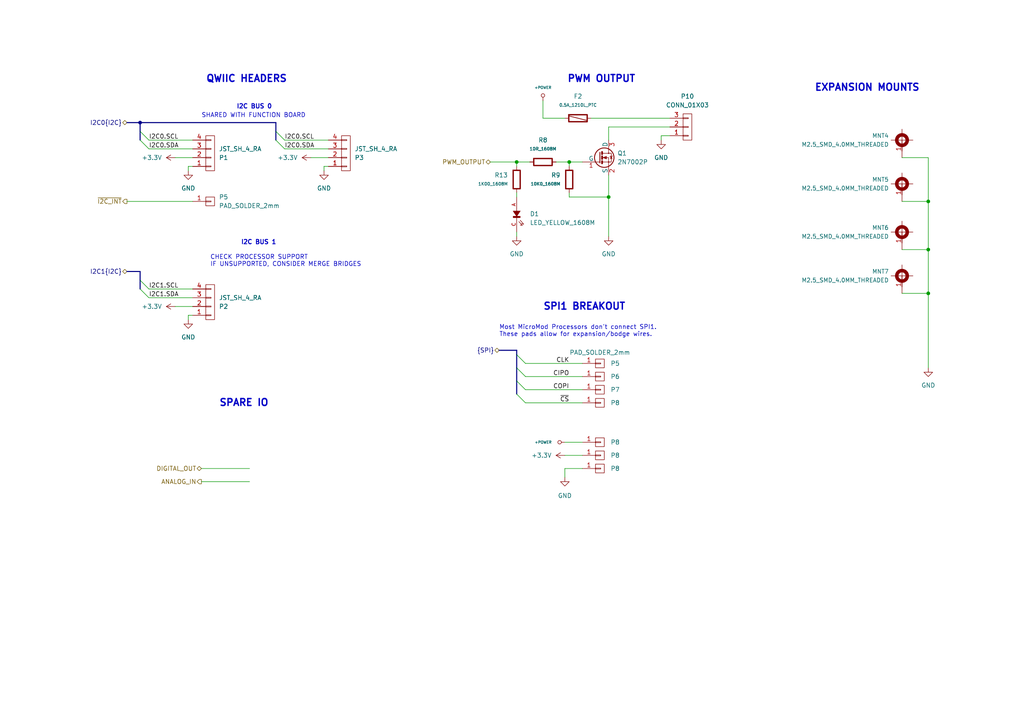
<source format=kicad_sch>
(kicad_sch (version 20230121) (generator eeschema)
  (paper "A4")
  (lib_symbols
    (symbol "appli_connector:PAD_SOLDER_2mm" (pin_names (offset 1.016) hide)
      (property "Reference" "P" (at 0 2.54 0))
      (property "Value" "PAD_SOLDER_2mm" (at 0 -3.81 0))
      (symbol "PAD_SOLDER_2mm_0_1"
        (rectangle (start -1.27 0.127) (end 0.254 -0.127))
        (rectangle (start -1.27 1.27) (end 1.27 -1.27))
      )
      (symbol "PAD_SOLDER_2mm_1_1"
        (pin passive line (at -5.08 0 0) (length 3.81) (name "P1") (number "1"))
      )
    )
    (symbol "appli_connector_jst:JST_SH_4_RA" (pin_names (offset 1.016) hide)
      (property "Reference" "P" (at 0 6.35 0))
      (property "Value" "JST_SH_4_RA" (at 2.54 0 90))
      (symbol "JST_SH_4_RA_0_1"
        (rectangle (start -1.27 -3.683) (end 0.254 -3.937))
        (rectangle (start -1.27 -1.143) (end 0.254 -1.397))
        (rectangle (start -1.27 1.397) (end 0.254 1.143))
        (rectangle (start -1.27 3.937) (end 0.254 3.683))
        (rectangle (start -1.27 5.08) (end 1.27 -5.08))
      )
      (symbol "JST_SH_4_RA_1_1"
        (pin passive line (at -5.08 3.81 0) (length 3.81) (name "P1") (number "1"))
        (pin passive line (at -5.08 1.27 0) (length 3.81) (name "P2") (number "2"))
        (pin passive line (at -5.08 -1.27 0) (length 3.81) (name "P3") (number "3"))
        (pin passive line (at -5.08 -3.81 0) (length 3.81) (name "P4") (number "4"))
      )
    )
    (symbol "appli_connector_wurth:CONN_01X03" (pin_names (offset 1.016) hide)
      (property "Reference" "P" (at 0 5.08 0))
      (property "Value" "CONN_01X03" (at 2.54 0 90))
      (symbol "CONN_01X03_0_1"
        (rectangle (start -1.27 -2.413) (end 0.254 -2.667))
        (rectangle (start -1.27 0.127) (end 0.254 -0.127))
        (rectangle (start -1.27 2.667) (end 0.254 2.413))
        (rectangle (start -1.27 3.81) (end 1.27 -3.81))
      )
      (symbol "CONN_01X03_1_1"
        (pin passive line (at -5.08 2.54 0) (length 3.81) (name "P1") (number "1"))
        (pin passive line (at -5.08 0 0) (length 3.81) (name "P2") (number "2"))
        (pin passive line (at -5.08 -2.54 0) (length 3.81) (name "P3") (number "3"))
      )
    )
    (symbol "appli_device:LED_YELLOW_1608M" (pin_names (offset 1.016) hide)
      (property "Reference" "D" (at 0 2.54 0))
      (property "Value" "LED_YELLOW_1608M" (at 0 -2.54 0))
      (symbol "LED_YELLOW_1608M_0_1"
        (rectangle (start -0.508 1.016) (end -0.889 -1.016) (fill (type outline)))
        (polyline (pts (xy -2.032 -0.635) (xy -3.175 -1.651) (xy -3.048 -1.016)))
        (polyline (pts (xy -1.651 -1.016) (xy -2.794 -2.032) (xy -2.667 -1.397)))
        (polyline (pts (xy 1.016 -1.016) (xy -0.508 0) (xy 1.016 1.016) (xy 1.016 -1.016)) (fill (type outline)))
      )
      (symbol "LED_YELLOW_1608M_1_1"
        (pin passive line (at 5.08 0 180) (length 4.445) (name "A") (number "A"))
        (pin passive line (at -5.08 0 0) (length 4.445) (name "C") (number "C"))
      )
    )
    (symbol "appli_fuse:0.5A_1210L_PTC" (pin_numbers hide) (pin_names (offset 0))
      (property "Reference" "F" (at -2.159 -3.81 90))
      (property "Value" "0.5A_1210L_PTC" (at 2.032 -3.81 90))
      (symbol "0.5A_1210L_PTC_0_1"
        (rectangle (start -1.016 -1.143) (end 1.016 -6.477) (stroke (width 0.381)))
        (polyline (pts (xy 0.635 -1.27) (xy -0.635 -6.35)) (stroke (width 0.2032)))
      )
      (symbol "0.5A_1210L_PTC_1_1"
        (pin passive line (at 0 0 270) (length 1.143) (name "~") (number "1"))
        (pin passive line (at 0 -7.62 90) (length 1.143) (name "~") (number "2"))
      )
    )
    (symbol "appli_mount:M2.5_SMD_4.0MM_THREADED" (pin_names (offset 1.016))
      (property "Reference" "MNT" (at 0 8.255 0))
      (property "Value" "M2.5_SMD_4.0MM_THREADED" (at 0 6.35 0))
      (symbol "M2.5_SMD_4.0MM_THREADED_0_1"
        (polyline (pts (xy -3.175 0) (xy 3.175 0)))
        (polyline (pts (xy 0 3.175) (xy 0 -3.175)))
        (circle (center 0 0) (radius 1.524) (stroke (width 1.016)))
      )
      (symbol "M2.5_SMD_4.0MM_THREADED_1_1"
        (pin passive line (at 0 -5.08 90) (length 5.08) (name "~") (number "1"))
      )
    )
    (symbol "appli_power:+3.3V" (power) (pin_names (offset 0))
      (property "Value" "+3.3V" (at 0 3.556 0))
      (symbol "+3.3V_0_1"
        (polyline (pts (xy -0.762 1.27) (xy 0 2.54)))
        (polyline (pts (xy 0 0) (xy 0 2.54)))
        (polyline (pts (xy 0 2.54) (xy 0.762 1.27)))
      )
      (symbol "+3.3V_1_1"
        (pin power_in line (at 0 0 90) (length 0) hide (name "+3.3V") (number "1"))
      )
    )
    (symbol "appli_power:+POWER" (power) (pin_names (offset 0))
      (property "Value" "+POWER" (at 0 2.54 0))
      (symbol "+POWER_0_0"
        (pin power_in line (at 0 0 90) (length 0) hide (name "+POWER") (number "1"))
      )
      (symbol "+POWER_0_1"
        (polyline (pts (xy 0 0) (xy 0 1.016) (xy 0 1.016)))
        (circle (center 0 1.524) (radius 0.508))
      )
    )
    (symbol "appli_power:GND" (power) (pin_names (offset 0))
      (property "Value" "GND" (at 0 -3.81 0))
      (symbol "GND_0_1"
        (polyline (pts (xy 0 0) (xy 0 -1.27) (xy 1.27 -1.27) (xy 0 -2.54) (xy -1.27 -1.27) (xy 0 -1.27)))
      )
      (symbol "GND_1_1"
        (pin power_in line (at 0 0 270) (length 0) hide (name "GND") (number "1"))
      )
    )
    (symbol "appli_resistor:10K0_1608M" (pin_numbers hide) (pin_names (offset 0))
      (property "Reference" "R" (at -2.159 -3.81 90))
      (property "Value" "10K0_1608M" (at 2.032 -3.81 90))
      (symbol "10K0_1608M_0_1"
        (rectangle (start -1.016 -1.143) (end 1.016 -6.477) (stroke (width 0.381)))
      )
      (symbol "10K0_1608M_1_1"
        (pin passive line (at 0 0 270) (length 1.143) (name "~") (number "1"))
        (pin passive line (at 0 -7.62 90) (length 1.143) (name "~") (number "2"))
      )
    )
    (symbol "appli_resistor:10R_1608M" (pin_numbers hide) (pin_names (offset 0))
      (property "Reference" "R" (at -2.159 -3.81 90))
      (property "Value" "10R_1608M" (at 2.032 -3.81 90))
      (symbol "10R_1608M_0_1"
        (rectangle (start -1.016 -1.143) (end 1.016 -6.477) (stroke (width 0.381)))
      )
      (symbol "10R_1608M_1_1"
        (pin passive line (at 0 0 270) (length 1.143) (name "~") (number "1"))
        (pin passive line (at 0 -7.62 90) (length 1.143) (name "~") (number "2"))
      )
    )
    (symbol "appli_resistor:1K00_1608M" (pin_numbers hide) (pin_names (offset 0))
      (property "Reference" "R" (at -2.159 -3.81 90))
      (property "Value" "1K00_1608M" (at 2.032 -3.81 90))
      (symbol "1K00_1608M_0_1"
        (rectangle (start -1.016 -1.143) (end 1.016 -6.477) (stroke (width 0.381)))
      )
      (symbol "1K00_1608M_1_1"
        (pin passive line (at 0 0 270) (length 1.143) (name "~") (number "1"))
        (pin passive line (at 0 -7.62 90) (length 1.143) (name "~") (number "2"))
      )
    )
    (symbol "appli_transistor:2N7002P" (pin_names (offset 0))
      (property "Reference" "Q" (at 5.08 1.905 0))
      (property "Value" "2N7002P" (at 5.08 0 0))
      (symbol "2N7002P_0_1"
        (polyline (pts (xy 0.635 -1.016) (xy 0.635 -1.651)) (stroke (width 0.508)))
        (polyline (pts (xy 0.635 0.381) (xy 0.635 -0.381)) (stroke (width 0.508)))
        (polyline (pts (xy 0.635 1.651) (xy 0.635 1.016)) (stroke (width 0.508)))
        (polyline (pts (xy 3.048 0.381) (xy 2.921 0.254)))
        (polyline (pts (xy 3.048 0.381) (xy 3.556 0.381)))
        (polyline (pts (xy 3.556 0.381) (xy 3.683 0.508)))
        (polyline (pts (xy 0 1.524) (xy 0 -1.524) (xy 0 -1.524)) (stroke (width 0.254)))
        (polyline (pts (xy 0.762 -1.27) (xy 2.54 -1.27) (xy 2.54 -2.54) (xy 2.54 -2.54)))
        (polyline (pts (xy 0.762 1.27) (xy 2.54 1.27) (xy 2.54 2.54) (xy 2.54 2.54)))
        (polyline (pts (xy 2.54 1.27) (xy 3.302 1.27) (xy 3.302 -1.27) (xy 2.54 -1.27)))
        (polyline (pts (xy 3.302 0.381) (xy 3.048 -0.254) (xy 3.556 -0.254) (xy 3.302 0.381)) (fill (type outline)))
        (polyline (pts (xy 0.762 0) (xy 1.27 0) (xy 2.54 0) (xy 2.54 -1.27) (xy 2.54 -1.27)))
        (polyline (pts (xy 0.889 0) (xy 1.905 0.381) (xy 1.905 -0.381) (xy 0.889 0) (xy 1.016 0) (xy 1.016 0)) (fill (type outline)))
        (circle (center 1.27 0) (radius 2.8194) (stroke (width 0.254)))
        (circle (center 2.54 -1.27) (radius 0.127))
        (circle (center 2.54 1.27) (radius 0.127))
      )
      (symbol "2N7002P_1_1"
        (pin passive line (at -5.08 -1.27 0) (length 5.08) (name "G") (number "1"))
        (pin passive line (at 2.54 -5.08 90) (length 2.54) (name "S") (number "2"))
        (pin passive line (at 2.54 5.08 270) (length 2.54) (name "D") (number "3"))
      )
    )
  )
  (junction (at 149.86 46.99))
  (junction (at 269.24 85.09))
  (junction (at 269.24 58.42))
  (junction (at 165.1 46.99))
  (junction (at 176.53 57.15))
  (junction (at 40.64 35.56))
  (junction (at 269.24 72.39))
  (bus_entry (at 43.18 40.64) (size -2.54 -2.54))
  (bus_entry (at 152.4 116.84) (size -2.54 -2.54))
  (bus_entry (at 152.4 113.03) (size -2.54 -2.54))
  (bus_entry (at 152.4 109.22) (size -2.54 -2.54))
  (bus_entry (at 43.18 83.82) (size -2.54 -2.54))
  (bus_entry (at 82.55 43.18) (size -2.54 -2.54))
  (bus_entry (at 43.18 43.18) (size -2.54 -2.54))
  (bus_entry (at 43.18 86.36) (size -2.54 -2.54))
  (bus_entry (at 82.55 40.64) (size -2.54 -2.54))
  (bus_entry (at 152.4 105.41) (size -2.54 -2.54))
  (wire (pts (xy 163.83 135.89) (xy 163.83 138.43)))
  (wire (pts (xy 58.42 139.7) (xy 72.39 139.7)))
  (wire (pts (xy 58.42 135.89) (xy 72.39 135.89)))
  (bus (pts (xy 40.64 78.74) (xy 40.64 81.28)))
  (bus (pts (xy 80.01 40.64) (xy 80.01 38.1)))
  (wire (pts (xy 82.55 40.64) (xy 95.25 40.64)))
  (wire (pts (xy 165.1 57.15) (xy 165.1 55.88)))
  (wire (pts (xy 168.91 135.89) (xy 163.83 135.89)))
  (wire (pts (xy 152.4 116.84) (xy 168.91 116.84)))
  (wire (pts (xy 90.17 45.72) (xy 95.25 45.72)))
  (wire (pts (xy 163.83 132.08) (xy 168.91 132.08)))
  (wire (pts (xy 54.61 48.26) (xy 54.61 49.53)))
  (wire (pts (xy 176.53 50.8) (xy 176.53 57.15)))
  (bus (pts (xy 40.64 35.56) (xy 40.64 38.1)))
  (wire (pts (xy 50.8 45.72) (xy 55.88 45.72)))
  (wire (pts (xy 165.1 46.99) (xy 168.91 46.99)))
  (wire (pts (xy 269.24 85.09) (xy 269.24 106.68)))
  (wire (pts (xy 163.83 34.29) (xy 157.48 34.29)))
  (wire (pts (xy 93.98 48.26) (xy 95.25 48.26)))
  (wire (pts (xy 152.4 105.41) (xy 168.91 105.41)))
  (wire (pts (xy 269.24 45.72) (xy 269.24 58.42)))
  (wire (pts (xy 54.61 91.44) (xy 55.88 91.44)))
  (wire (pts (xy 93.98 48.26) (xy 93.98 49.53)))
  (bus (pts (xy 149.86 110.49) (xy 149.86 114.3)))
  (wire (pts (xy 54.61 48.26) (xy 55.88 48.26)))
  (wire (pts (xy 171.45 34.29) (xy 194.31 34.29)))
  (wire (pts (xy 54.61 91.44) (xy 54.61 92.71)))
  (wire (pts (xy 50.8 88.9) (xy 55.88 88.9)))
  (bus (pts (xy 40.64 38.1) (xy 40.64 40.64)))
  (wire (pts (xy 142.24 46.99) (xy 149.86 46.99)))
  (wire (pts (xy 149.86 67.31) (xy 149.86 68.58)))
  (bus (pts (xy 149.86 101.6) (xy 144.78 101.6)))
  (wire (pts (xy 261.62 45.72) (xy 269.24 45.72)))
  (wire (pts (xy 176.53 36.83) (xy 194.31 36.83)))
  (wire (pts (xy 168.91 109.22) (xy 152.4 109.22)))
  (wire (pts (xy 149.86 46.99) (xy 153.67 46.99)))
  (wire (pts (xy 165.1 57.15) (xy 176.53 57.15)))
  (wire (pts (xy 261.62 85.09) (xy 269.24 85.09)))
  (bus (pts (xy 40.64 81.28) (xy 40.64 83.82)))
  (wire (pts (xy 165.1 46.99) (xy 165.1 48.26)))
  (bus (pts (xy 149.86 101.6) (xy 149.86 102.87)))
  (wire (pts (xy 43.18 86.36) (xy 55.88 86.36)))
  (bus (pts (xy 40.64 35.56) (xy 80.01 35.56)))
  (bus (pts (xy 36.83 78.74) (xy 40.64 78.74)))
  (wire (pts (xy 82.55 43.18) (xy 95.25 43.18)))
  (wire (pts (xy 194.31 39.37) (xy 191.77 39.37)))
  (wire (pts (xy 176.53 40.64) (xy 176.53 36.83)))
  (wire (pts (xy 261.62 72.39) (xy 269.24 72.39)))
  (wire (pts (xy 269.24 58.42) (xy 269.24 72.39)))
  (wire (pts (xy 43.18 40.64) (xy 55.88 40.64)))
  (wire (pts (xy 149.86 55.88) (xy 149.86 57.15)))
  (wire (pts (xy 176.53 57.15) (xy 176.53 68.58)))
  (wire (pts (xy 163.83 128.27) (xy 168.91 128.27)))
  (wire (pts (xy 269.24 72.39) (xy 269.24 85.09)))
  (wire (pts (xy 168.91 113.03) (xy 152.4 113.03)))
  (wire (pts (xy 36.83 58.42) (xy 55.88 58.42)))
  (wire (pts (xy 43.18 43.18) (xy 55.88 43.18)))
  (bus (pts (xy 149.86 102.87) (xy 149.86 106.68)))
  (wire (pts (xy 43.18 83.82) (xy 55.88 83.82)))
  (bus (pts (xy 149.86 106.68) (xy 149.86 110.49)))
  (wire (pts (xy 157.48 34.29) (xy 157.48 29.21)))
  (wire (pts (xy 261.62 58.42) (xy 269.24 58.42)))
  (bus (pts (xy 36.83 35.56) (xy 40.64 35.56)))
  (bus (pts (xy 80.01 38.1) (xy 80.01 35.56)))
  (wire (pts (xy 161.29 46.99) (xy 165.1 46.99)))
  (wire (pts (xy 191.77 39.37) (xy 191.77 40.64)))
  (wire (pts (xy 149.86 46.99) (xy 149.86 48.26)))
  (text "SHARED WITH FUNCTION BOARD" (at 58.42 34.29 0) (effects (font (size 1.27 1.27)) (justify left bottom)))
  (text "SPI1 BREAKOUT" (at 157.48 90.17 0) (effects (font (size 2 2) (thickness 0.4) bold) (justify left bottom)))
  (text "I2C BUS 1" (at 69.85 71.12 0) (effects (font (size 1.27 1.27) (thickness 0.254) bold) (justify left bottom)))
  (text "PWM OUTPUT" (at 164.465 24.13 0) (effects (font (size 2 2) (thickness 0.4) bold) (justify left bottom)))
  (text "Most MicroMod Processors don't connect SPI1.\nThese pads allow for expansion/bodge wires." (at 144.78 97.79 0) (effects (font (size 1.27 1.27)) (justify left bottom)))
  (text "EXPANSION MOUNTS" (at 236.22 26.67 0) (effects (font (size 2 2) (thickness 0.4) bold) (justify left bottom)))
  (text "I2C BUS 0" (at 68.58 31.75 0) (effects (font (size 1.27 1.27) (thickness 0.254) bold) (justify left bottom)))
  (text "CHECK PROCESSOR SUPPORT\nIF UNSUPPORTED, CONSIDER MERGE BRIDGES" (at 60.96 77.47 0) (effects (font (size 1.27 1.27)) (justify left bottom)))
  (text "SPARE IO" (at 63.5 118.11 0) (effects (font (size 2 2) (thickness 0.4) bold) (justify left bottom)))
  (text "QWIIC HEADERS" (at 59.69 24.13 0) (effects (font (size 2 2) (thickness 0.4) bold) (justify left bottom)))
  (label "I2C1.SCL" (at 43.18 83.82 0))
  (label "CIPO" (at 165.1 109.22 180))
  (label "I2C1.SDA" (at 43.18 86.36 0))
  (label "CLK" (at 165.1 105.41 180))
  (label "I2C0.SCL" (at 43.18 40.64 0))
  (label "~{CS}" (at 165.1 116.84 180))
  (label "I2C0.SCL" (at 82.55 40.64 0))
  (label "I2C0.SDA" (at 82.55 43.18 0))
  (label "I2C0.SDA" (at 43.18 43.18 0))
  (label "COPI" (at 165.1 113.03 180))
  (hierarchical_label "ANALOG_IN" (shape output) (at 58.42 139.7 180))
  (hierarchical_label "I2C1{I2C}" (shape bidirectional) (at 36.83 78.74 180))
  (hierarchical_label "I2C0{I2C}" (shape bidirectional) (at 36.83 35.56 180))
  (hierarchical_label "PWM_OUTPUT" (shape bidirectional) (at 142.24 46.99 180))
  (hierarchical_label "~{I2C_INT}" (shape output) (at 36.83 58.42 180))
  (hierarchical_label "{SPI}" (shape bidirectional) (at 144.78 101.6 180))
  (hierarchical_label "DIGITAL_OUT" (shape bidirectional) (at 58.42 135.89 180))
  (symbol (lib_id "appli_transistor:2N7002P") (at 173.99 45.72 0) (unit 1)
    (property "Reference" "Q1" (at 179.07 44.45 0) (effects (justify left)))
    (property "Value" "2N7002P" (at 179.07 46.99 0) (effects (justify left)))
    (property "Footprint" "Applidyne_SOT:SOT95P240X110-3L16N" (effects hide))
    (property "Datasheet" "http://datasheet.octopart.com/2N7002P%2C215-NXP-Semiconductors-datasheet-10031793.pdf" (effects hide))
    (property "manf" "Fairchild" (effects hide))
    (property "manf#" " 2N7002,215" (effects hide))
    (property "Supplier" "RS Online" (effects hide))
    (property "Supplier URL" "http://au.rs-online.com/web/p/mosfet-transistors/4367379/" (effects hide))
    (property "Supplier Part No" " 436-7379" (effects hide))
    (property "Supplier Price" "0.232" (effects hide))
    (property "Supplier Price Break" "25" (effects hide))
  )
  (symbol (lib_id "appli_power:+3.3V") (at 50.8 88.9 90) (unit 1)
    (property "Reference" "#PWR09" (effects hide))
    (property "Value" "+3.3V" (at 46.99 88.9 90) (effects (justify left)))
    (instances (project "backplane" (path "" (reference "#PWR09") (unit 1)) (path "" (reference "#PWR013") (unit 1))))
  )
  (symbol (lib_id "appli_power:GND") (at 93.98 49.53 0) (unit 1)
    (property "Reference" "#PWR016" (effects hide))
    (property "Value" "GND" (at 93.98 54.61 0))
  )
  (symbol (lib_id "appli_power:+3.3V") (at 163.83 132.08 90) (unit 1)
    (property "Reference" "#PWR023" (effects hide))
    (property "Value" "+3.3V" (at 160.02 132.08 90) (effects (justify left)))
  )
  (symbol (lib_id "appli_connector:PAD_SOLDER_2mm") (at 173.99 132.08 0) (unit 1)
    (property "Reference" "P8" (at 178.435 132.08 0))
    (property "Value" "PAD_SOLDER_2mm" (effects hide))
    (property "Footprint" "Applidyne_Connector:PAD_SOLDER_2mm" (effects hide))
    (property "manf" "DIY" (effects hide))
    (property "Supplier" "No part" (effects hide))
    (property "Supplier Price" "0.0" (effects hide))
    (property "Supplier Price Break" "1" (effects hide))
    (instances (project "backplane" (path "" (reference "P8") (unit 1)) (path "" (reference "P15") (unit 1))))
  )
  (symbol (lib_id "appli_resistor:10R_1608M") (at 153.67 46.99 90) (unit 1)
    (property "Reference" "R8" (at 157.48 40.64 90))
    (property "Value" "10R_1608M" (at 157.48 43.18 90) (effects (font (size 0.889 0.889))))
    (property "Footprint" "Applidyne_Resistor:RESC1608X50N" (effects hide))
    (property "Datasheet" "http://www.farnell.com/datasheets/1723233.pdf" (effects hide))
    (property "manf" "MULTICOMP" (effects hide))
    (property "manf#" "MCHP03W8F100JT5E" (effects hide))
    (property "Supplier" "Element14" (effects hide))
    (property "Supplier Part No" "1576250" (effects hide))
    (property "Supplier URL" "http://au.element14.com/multicomp/mchp03w8f100jt5e/res-thick-film-10r-1-0-125w-0603/dp/1576250" (effects hide))
    (property "Supplier Price" "0.025" (effects hide))
    (property "Supplier Price Break" "1" (effects hide))
  )
  (symbol (lib_id "appli_mount:M2.5_SMD_4.0MM_THREADED") (at 261.62 53.34 0) (unit 1)
    (property "Reference" "MNT5" (at 257.81 52.07 0) (effects (font (size 1.1938 1.1938)) (justify right)))
    (property "Value" "M2.5_SMD_4.0MM_THREADED" (at 257.81 54.61 0) (effects (font (size 1.1938 1.1938)) (justify right)))
    (property "Footprint" "Applidyne_Mount:9774040151R" (effects hide))
    (property "Datasheet" "https://www.we-online.com/components/products/datasheet/9774040151R.pdf" (effects hide))
    (property "manf" "WURTH ELECTRONIK" (effects hide))
    (property "manf#" "9774040151R" (effects hide))
    (property "Supplier" "DigiKey" (effects hide))
    (property "Supplier Part No" "732-7089-1-ND" (effects hide))
    (property "Supplier URL" "https://www.digikey.com.au/en/products/detail/w%C3%BCrth-elektronik/9774040151R/5320632" (effects hide))
    (property "Supplier Price" "1.20" (effects hide))
    (property "Supplier Price Break" "100" (effects hide))
  )
  (symbol (lib_id "appli_power:GND") (at 176.53 68.58 0) (unit 1)
    (property "Reference" "#PWR044" (effects hide))
    (property "Value" "GND" (at 176.53 73.66 0))
  )
  (symbol (lib_id "appli_connector:PAD_SOLDER_2mm") (at 60.96 58.42 0) (unit 1)
    (property "Reference" "P5" (at 63.5 57.15 0) (effects (justify left)))
    (property "Value" "PAD_SOLDER_2mm" (at 63.5 59.69 0) (effects (justify left)))
    (property "Footprint" "Applidyne_Connector:PAD_SOLDER_2mm" (effects hide))
    (property "manf" "DIY" (effects hide))
    (property "Supplier" "No part" (effects hide))
    (property "Supplier Price" "0.0" (effects hide))
    (property "Supplier Price Break" "1" (effects hide))
    (instances (project "backplane" (path "" (reference "P5") (unit 1)) (path "" (reference "P1") (unit 1))))
  )
  (symbol (lib_id "appli_power:+3.3V") (at 50.8 45.72 90) (unit 1)
    (property "Reference" "#PWR09" (effects hide))
    (property "Value" "+3.3V" (at 46.99 45.72 90) (effects (justify left)))
  )
  (symbol (lib_id "appli_power:GND") (at 163.83 138.43 0) (unit 1)
    (property "Reference" "#PWR018" (effects hide))
    (property "Value" "GND" (at 163.83 143.764 0))
  )
  (symbol (lib_id "appli_power:+POWER") (at 163.83 128.27 90) (unit 1)
    (property "Reference" "#PWR025" (effects hide))
    (property "Value" "+POWER" (at 160.02 128.2699 90) (effects (font (size 0.762 0.762)) (justify left)))
  )
  (symbol (lib_id "appli_mount:M2.5_SMD_4.0MM_THREADED") (at 261.62 67.31 0) (unit 1)
    (property "Reference" "MNT6" (at 257.81 66.04 0) (effects (font (size 1.1938 1.1938)) (justify right)))
    (property "Value" "M2.5_SMD_4.0MM_THREADED" (at 257.81 68.58 0) (effects (font (size 1.1938 1.1938)) (justify right)))
    (property "Footprint" "Applidyne_Mount:9774040151R" (effects hide))
    (property "Datasheet" "https://www.we-online.com/components/products/datasheet/9774040151R.pdf" (effects hide))
    (property "manf" "WURTH ELECTRONIK" (effects hide))
    (property "manf#" "9774040151R" (effects hide))
    (property "Supplier" "DigiKey" (effects hide))
    (property "Supplier Part No" "732-7089-1-ND" (effects hide))
    (property "Supplier URL" "https://www.digikey.com.au/en/products/detail/w%C3%BCrth-elektronik/9774040151R/5320632" (effects hide))
    (property "Supplier Price" "1.20" (effects hide))
    (property "Supplier Price Break" "100" (effects hide))
  )
  (symbol (lib_id "appli_resistor:10K0_1608M") (at 165.1 48.26 0) (mirror y) (unit 1)
    (property "Reference" "R9" (at 162.56 50.8 0) (effects (justify left)))
    (property "Value" "10K0_1608M" (at 162.56 53.34 0) (effects (font (size 0.889 0.889)) (justify left)))
    (property "Footprint" "Applidyne_Resistor:RESC1608X50N" (effects hide))
    (property "Datasheet" "http://www.farnell.com/datasheets/1723233.pdf" (effects hide))
    (property "manf" "TE CONNECTIVITY" (effects hide))
    (property "manf#" "CRGH0603F10K" (effects hide))
    (property "Supplier" "Element14" (effects hide))
    (property "Supplier Part No" "2332016" (effects hide))
    (property "Supplier URL" "http://au.element14.com/te-connectivity/crgh0603f10k/resistor-power-10k-0-2w-1-0603/dp/2332016" (effects hide))
    (property "Supplier Price" "0.02" (effects hide))
    (property "Supplier Price Break" "10" (effects hide))
  )
  (symbol (lib_id "appli_connector_wurth:CONN_01X03") (at 199.39 36.83 0) (mirror x) (unit 1)
    (property "Reference" "P10" (at 199.39 27.94 0))
    (property "Value" "CONN_01X03" (at 199.39 30.48 0))
    (property "Footprint" "Applidyne_Connector_Wurth:61300311121" (effects hide))
    (property "Datasheet" "http://www.farnell.com/cad/2124416.pdf" (effects hide))
    (property "manf" "WURTH ELECTRONIK" (effects hide))
    (property "manf#" "61300311121" (effects hide))
    (property "Supplier" "Element 14" (effects hide))
    (property "Supplier Part No" "2356154" (effects hide))
    (property "Supplier URL" "http://au.element14.com/wurth-elektronik/61300311121/header-2-54mm-pin-tht-vertical/dp/2356154" (effects hide))
    (property "Supplier Price" "0.12" (effects hide))
    (property "Supplier Price Break" "1" (effects hide))
  )
  (symbol (lib_id "appli_connector_jst:JST_SH_4_RA") (at 60.96 44.45 0) (mirror x) (unit 1)
    (property "Reference" "P1" (at 63.5 45.72 0) (effects (justify left)))
    (property "Value" "JST_SH_4_RA" (at 63.5 43.18 0) (effects (justify left)))
    (property "Footprint" "Applidyne_Connector_JST:SM04B-SRSS-TB" (effects hide))
    (property "Datasheet" "http://docs-asia.electrocomponents.com/webdocs/10ce/0900766b810cef18.pdf" (effects hide))
    (property "manf" "JST" (effects hide))
    (property "manf#" "SM04B-SRSS-TB(LF)(SN)" (effects hide))
    (property "Supplier" "Digikey" (effects hide))
    (property "Supplier Part No" "455-1804-1-ND" (effects hide))
    (property "Supplier URL" "https://www.digikey.com.au/product-detail/en/SM04B-SRSS-TB(LF)(SN)/455-1804-1-ND/926875?utm_campaign=buynow&WT.z_cid=ref_octopart_dkc_buynow&utm_medium=aggregator&curr=usd&site=us&utm_source=octopart" (effects hide))
    (property "Supplier Price" "0.834" (effects hide))
    (property "Supplier Price Break" "10" (effects hide))
    (instances (project "backplane" (path "" (reference "P1") (unit 1)) (path "" (reference "P2") (unit 1))))
  )
  (symbol (lib_id "appli_mount:M2.5_SMD_4.0MM_THREADED") (at 261.62 80.01 0) (unit 1)
    (property "Reference" "MNT7" (at 257.81 78.74 0) (effects (font (size 1.1938 1.1938)) (justify right)))
    (property "Value" "M2.5_SMD_4.0MM_THREADED" (at 257.81 81.28 0) (effects (font (size 1.1938 1.1938)) (justify right)))
    (property "Footprint" "Applidyne_Mount:9774040151R" (effects hide))
    (property "Datasheet" "https://www.we-online.com/components/products/datasheet/9774040151R.pdf" (effects hide))
    (property "manf" "WURTH ELECTRONIK" (effects hide))
    (property "manf#" "9774040151R" (effects hide))
    (property "Supplier" "DigiKey" (effects hide))
    (property "Supplier Part No" "732-7089-1-ND" (effects hide))
    (property "Supplier URL" "https://www.digikey.com.au/en/products/detail/w%C3%BCrth-elektronik/9774040151R/5320632" (effects hide))
    (property "Supplier Price" "1.20" (effects hide))
    (property "Supplier Price Break" "100" (effects hide))
  )
  (symbol (lib_id "appli_connector:PAD_SOLDER_2mm") (at 173.99 109.22 0) (unit 1)
    (property "Reference" "P6" (at 178.435 109.22 0))
    (property "Value" "PAD_SOLDER_2mm" (effects hide))
    (property "Footprint" "Applidyne_Connector:PAD_SOLDER_2mm" (effects hide))
    (property "manf" "DIY" (effects hide))
    (property "Supplier" "No part" (effects hide))
    (property "Supplier Price" "0.0" (effects hide))
    (property "Supplier Price Break" "1" (effects hide))
    (instances (project "backplane" (path "" (reference "P6") (unit 1)) (path "" (reference "P12") (unit 1))))
  )
  (symbol (lib_id "appli_connector:PAD_SOLDER_2mm") (at 173.99 128.27 0) (unit 1)
    (property "Reference" "P8" (at 178.435 128.27 0))
    (property "Value" "PAD_SOLDER_2mm" (effects hide))
    (property "Footprint" "Applidyne_Connector:PAD_SOLDER_2mm" (effects hide))
    (property "manf" "DIY" (effects hide))
    (property "Supplier" "No part" (effects hide))
    (property "Supplier Price" "0.0" (effects hide))
    (property "Supplier Price Break" "1" (effects hide))
    (instances (project "backplane" (path "" (reference "P8") (unit 1)) (path "" (reference "P5") (unit 1))))
  )
  (symbol (lib_id "appli_power:GND") (at 149.86 68.58 0) (unit 1)
    (property "Reference" "#PWR017" (effects hide))
    (property "Value" "GND" (at 149.86 73.66 0))
  )
  (symbol (lib_id "appli_connector_jst:JST_SH_4_RA") (at 60.96 87.63 0) (mirror x) (unit 1)
    (property "Reference" "P2" (at 63.5 88.9 0) (effects (justify left)))
    (property "Value" "JST_SH_4_RA" (at 63.5 86.36 0) (effects (justify left)))
    (property "Footprint" "Applidyne_Connector_JST:SM04B-SRSS-TB" (effects hide))
    (property "Datasheet" "http://docs-asia.electrocomponents.com/webdocs/10ce/0900766b810cef18.pdf" (effects hide))
    (property "manf" "JST" (effects hide))
    (property "manf#" "SM04B-SRSS-TB(LF)(SN)" (effects hide))
    (property "Supplier" "Digikey" (effects hide))
    (property "Supplier Part No" "455-1804-1-ND" (effects hide))
    (property "Supplier URL" "https://www.digikey.com.au/product-detail/en/SM04B-SRSS-TB(LF)(SN)/455-1804-1-ND/926875?utm_campaign=buynow&WT.z_cid=ref_octopart_dkc_buynow&utm_medium=aggregator&curr=usd&site=us&utm_source=octopart" (effects hide))
    (property "Supplier Price" "0.834" (effects hide))
    (property "Supplier Price Break" "10" (effects hide))
    (instances (project "backplane" (path "" (reference "P2") (unit 1)) (path "" (reference "P3") (unit 1))))
  )
  (symbol (lib_id "appli_power:GND") (at 269.24 106.68 0) (unit 1)
    (property "Reference" "#PWR040" (effects hide))
    (property "Value" "GND" (at 269.24 111.76 0))
  )
  (symbol (lib_id "appli_mount:M2.5_SMD_4.0MM_THREADED") (at 261.62 40.64 0) (unit 1)
    (property "Reference" "MNT4" (at 257.81 39.37 0) (effects (font (size 1.1938 1.1938)) (justify right)))
    (property "Value" "M2.5_SMD_4.0MM_THREADED" (at 257.81 41.91 0) (effects (font (size 1.1938 1.1938)) (justify right)))
    (property "Footprint" "Applidyne_Mount:9774040151R" (effects hide))
    (property "Datasheet" "https://www.we-online.com/components/products/datasheet/9774040151R.pdf" (effects hide))
    (property "manf" "WURTH ELECTRONIK" (effects hide))
    (property "manf#" "9774040151R" (effects hide))
    (property "Supplier" "DigiKey" (effects hide))
    (property "Supplier Part No" "732-7089-1-ND" (effects hide))
    (property "Supplier URL" "https://www.digikey.com.au/en/products/detail/w%C3%BCrth-elektronik/9774040151R/5320632" (effects hide))
    (property "Supplier Price" "1.20" (effects hide))
    (property "Supplier Price Break" "100" (effects hide))
  )
  (symbol (lib_id "appli_connector:PAD_SOLDER_2mm") (at 173.99 113.03 0) (unit 1)
    (property "Reference" "P7" (at 178.435 113.03 0))
    (property "Value" "PAD_SOLDER_2mm" (effects hide))
    (property "Footprint" "Applidyne_Connector:PAD_SOLDER_2mm" (effects hide))
    (property "manf" "DIY" (effects hide))
    (property "Supplier" "No part" (effects hide))
    (property "Supplier Price" "0.0" (effects hide))
    (property "Supplier Price Break" "1" (effects hide))
    (instances (project "backplane" (path "" (reference "P7") (unit 1)) (path "" (reference "P13") (unit 1))))
  )
  (symbol (lib_id "appli_power:GND") (at 54.61 49.53 0) (unit 1)
    (property "Reference" "#PWR010" (effects hide))
    (property "Value" "GND" (at 54.61 54.61 0))
  )
  (symbol (lib_id "appli_connector:PAD_SOLDER_2mm") (at 173.99 116.84 0) (unit 1)
    (property "Reference" "P8" (at 178.435 116.84 0))
    (property "Value" "PAD_SOLDER_2mm" (effects hide))
    (property "Footprint" "Applidyne_Connector:PAD_SOLDER_2mm" (effects hide))
    (property "manf" "DIY" (effects hide))
    (property "Supplier" "No part" (effects hide))
    (property "Supplier Price" "0.0" (effects hide))
    (property "Supplier Price Break" "1" (effects hide))
    (instances (project "backplane" (path "" (reference "P8") (unit 1)) (path "" (reference "P14") (unit 1))))
  )
  (symbol (lib_id "appli_power:GND") (at 54.61 92.71 0) (unit 1)
    (property "Reference" "#PWR010" (effects hide))
    (property "Value" "GND" (at 54.61 97.79 0))
    (instances (project "backplane" (path "" (reference "#PWR010") (unit 1)) (path "" (reference "#PWR014") (unit 1))))
  )
  (symbol (lib_id "appli_resistor:1K00_1608M") (at 149.86 55.88 0) (mirror x) (unit 1)
    (property "Reference" "R13" (at 147.32 50.8 0) (effects (justify right)))
    (property "Value" "1K00_1608M" (at 147.32 53.34 0) (effects (font (size 0.889 0.889)) (justify right)))
    (property "Footprint" "Applidyne_Resistor:RESC1608X50N" (effects hide))
    (property "Datasheet" "http://www.farnell.com/datasheets/1723233.pdf" (effects hide))
    (property "manf" "MULTICOMP" (effects hide))
    (property "manf#" "MCHP03W8F1001T5E" (effects hide))
    (property "Supplier" "Element14" (effects hide))
    (property "Supplier Part No" "1576283" (effects hide))
    (property "Supplier URL" "http://au.element14.com/multicomp/mchp03w8f1001t5e/resistor-thick-film-1k-0-125w/dp/1576283" (effects hide))
    (property "Supplier Price" "0.011" (effects hide))
    (property "Supplier Price Break" "50+" (effects hide))
  )
  (symbol (lib_id "appli_power:GND") (at 191.77 40.64 0) (unit 1)
    (property "Reference" "#PWR045" (effects hide))
    (property "Value" "GND" (at 191.77 45.72 0))
  )
  (symbol (lib_id "appli_connector:PAD_SOLDER_2mm") (at 173.99 135.89 0) (unit 1)
    (property "Reference" "P8" (at 178.435 135.89 0))
    (property "Value" "PAD_SOLDER_2mm" (effects hide))
    (property "Footprint" "Applidyne_Connector:PAD_SOLDER_2mm" (effects hide))
    (property "manf" "DIY" (effects hide))
    (property "Supplier" "No part" (effects hide))
    (property "Supplier Price" "0.0" (effects hide))
    (property "Supplier Price Break" "1" (effects hide))
    (instances (project "backplane" (path "" (reference "P8") (unit 1)) (path "" (reference "P16") (unit 1))))
  )
  (symbol (lib_id "appli_fuse:0.5A_1210L_PTC") (at 163.83 34.29 90) (unit 1)
    (property "Reference" "F2" (at 167.64 27.94 90))
    (property "Value" "0.5A_1210L_PTC" (at 167.64 30.48 90) (effects (font (size 0.889 0.889))))
    (property "Footprint" "Applidyne_Fuse:FUSC3225X85L50N" (effects hide))
    (property "Datasheet" "http://docs-asia.electrocomponents.com/webdocs/1420/0900766b8142082b.pdf" (effects hide))
    (property "manf" "LittelFuse" (effects hide))
    (property "manf#" " 1210L050YR" (effects hide))
    (property "Supplier" "RS Online" (effects hide))
    (property "Supplier Part No" "787-4202" (effects hide))
    (property "Supplier URL" "http://au.rs-online.com/web/p/resettable-surface-mount-fuses/7874202/" (effects hide))
    (property "Supplier Price" "0.486" (effects hide))
    (property "Supplier Price Break" "10" (effects hide))
  )
  (symbol (lib_id "appli_device:LED_YELLOW_1608M") (at 149.86 62.23 90) (unit 1)
    (property "Reference" "D1" (at 153.67 62.0395 90) (effects (justify right)))
    (property "Value" "LED_YELLOW_1608M" (at 153.67 64.5795 90) (effects (justify right)))
    (property "Footprint" "Applidyne_LED:LEDC1608X80L40N" (effects hide))
    (property "Datasheet" "http://www.farnell.com/datasheets/1720200.pdf" (effects hide))
    (property "manf" "DIALIGHT" (effects hide))
    (property "manf#" "5988040107F" (effects hide))
    (property "Supplier" "Element 14" (effects hide))
    (property "Supplier Part No" "1465989" (effects hide))
    (property "Supplier URL" "http://au.element14.com/dialight/5988040107f/led-yellow-0-8mm-x-1-1mm-130mcd/dp/1465989" (effects hide))
    (property "Supplier Price" "0.575" (effects hide))
    (property "Supplier Price Break" "5" (effects hide))
  )
  (symbol (lib_id "appli_connector:PAD_SOLDER_2mm") (at 173.99 105.41 0) (unit 1)
    (property "Reference" "P5" (at 178.435 105.41 0))
    (property "Value" "PAD_SOLDER_2mm" (at 173.99 102.235 0))
    (property "Footprint" "Applidyne_Connector:PAD_SOLDER_2mm" (effects hide))
    (property "manf" "DIY" (effects hide))
    (property "Supplier" "No part" (effects hide))
    (property "Supplier Price" "0.0" (effects hide))
    (property "Supplier Price Break" "1" (effects hide))
    (instances (project "backplane" (path "" (reference "P5") (unit 1)) (path "" (reference "P11") (unit 1))))
  )
  (symbol (lib_id "appli_power:+POWER") (at 157.48 29.21 0) (unit 1)
    (property "Reference" "#PWR041" (effects hide))
    (property "Value" "+POWER" (at 157.48 25.4 0) (effects (font (size 0.762 0.762))))
  )
  (symbol (lib_id "appli_power:+3.3V") (at 90.17 45.72 90) (unit 1)
    (property "Reference" "#PWR09" (effects hide))
    (property "Value" "+3.3V" (at 86.36 45.72 90) (effects (justify left)))
    (instances (project "backplane" (path "" (reference "#PWR09") (unit 1)) (path "" (reference "#PWR015") (unit 1))))
  )
  (symbol (lib_id "appli_connector_jst:JST_SH_4_RA") (at 100.33 44.45 0) (mirror x) (unit 1)
    (property "Reference" "P3" (at 102.87 45.72 0) (effects (justify left)))
    (property "Value" "JST_SH_4_RA" (at 102.87 43.18 0) (effects (justify left)))
    (property "Footprint" "Applidyne_Connector_JST:SM04B-SRSS-TB" (effects hide))
    (property "Datasheet" "http://docs-asia.electrocomponents.com/webdocs/10ce/0900766b810cef18.pdf" (effects hide))
    (property "manf" "JST" (effects hide))
    (property "manf#" "SM04B-SRSS-TB(LF)(SN)" (effects hide))
    (property "Supplier" "Digikey" (effects hide))
    (property "Supplier Part No" "455-1804-1-ND" (effects hide))
    (property "Supplier URL" "https://www.digikey.com.au/product-detail/en/SM04B-SRSS-TB(LF)(SN)/455-1804-1-ND/926875?utm_campaign=buynow&WT.z_cid=ref_octopart_dkc_buynow&utm_medium=aggregator&curr=usd&site=us&utm_source=octopart" (effects hide))
    (property "Supplier Price" "0.834" (effects hide))
    (property "Supplier Price Break" "10" (effects hide))
    (instances (project "backplane" (path "" (reference "P3") (unit 1)) (path "" (reference "P4") (unit 1))))
  )
)
</source>
